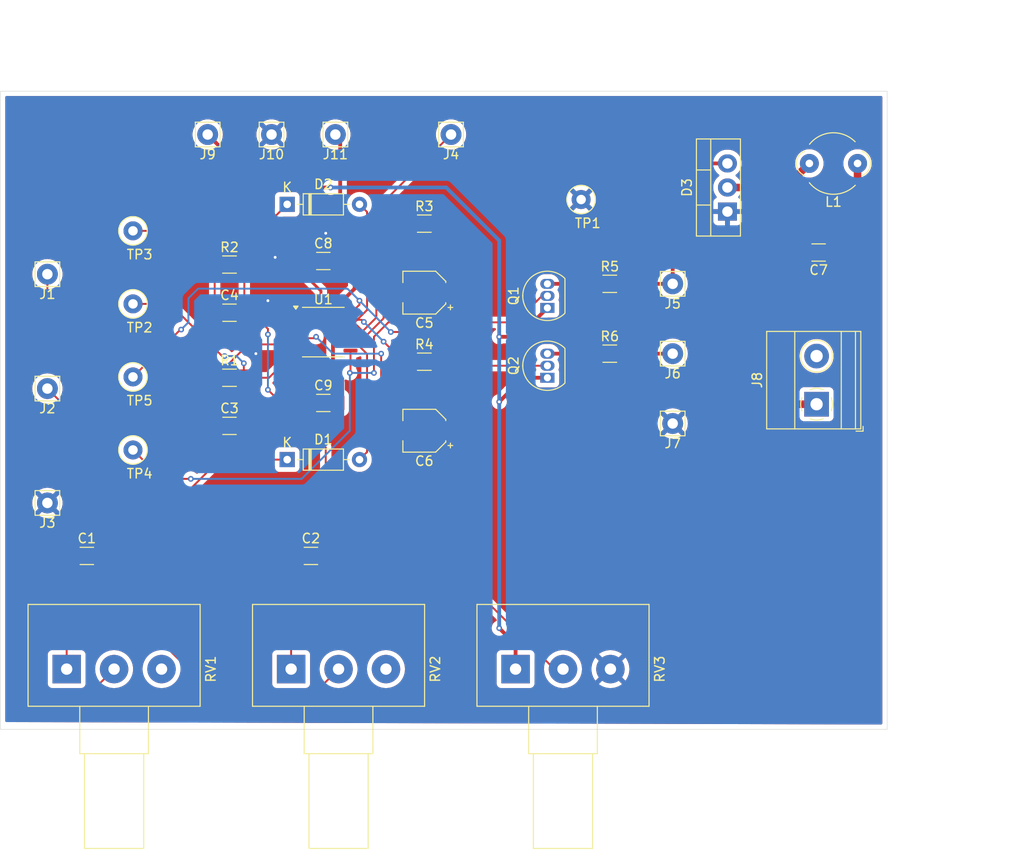
<source format=kicad_pcb>
(kicad_pcb (version 20240108) (generator "pcbnew") (generator_version "8.0")
  (layers (0 "F.Cu" signal) (31 "B.Cu" signal) (34 "B.Paste" user) (35 "F.Paste" user) (36 "B.SilkS" user "B.Silkscreen") (37 "F.SilkS" user "F.Silkscreen") (38 "B.Mask" user) (39 "F.Mask" user) (44 "Edge.Cuts" user))
  (net 0 "")
  (net 1 "Net-(C1-Pad1)")
  (net 2 "Net-(U1B--)")
  (net 3 "Net-(C2-Pad1)")
  (net 4 "Net-(U1A--)")
  (net 5 "Net-(D1-K)")
  (net 6 "Net-(D2-K)")
  (net 7 "GND")
  (net 8 "Net-(D1-A)")
  (net 9 "Net-(D2-A)")
  (net 10 "Net-(J8-AC_P)")
  (net 11 "+VDC")
  (net 12 "-VDC")
  (net 13 "Net-(D3-A2)")
  (net 14 "Net-(D3-G)")
  (net 15 "Net-(J1-Pin_1)")
  (net 16 "Net-(J2-Pin_1)")
  (net 17 "Net-(J4-Pin_1)")
  (net 18 "Net-(J6-Pin_1)")
  (net 20 "Net-(Q1-E)")
  (net 21 "Net-(Q1-B)")
  (net 22 "Net-(Q2-B)")
  (net 23 "Net-(Q2-E)")
  (net 26 "Net-(U1A-+)")
  (footprint "Package_TO_SOT_THT:TO-92_Inline" (layer "F.Cu") (at 115.316 72.39 90)
    (property "Reference" "Q1" (at 1.27 -3.56 90) (layer "F.SilkS"))
    (property "Value" "BC547")
    (pad "1" thru_hole rect (at 0 0 90) (size 1.05 1.5) (drill 0.75) (layers "*.Cu" "*.Mask") (net 11 "+VDC"))
    (pad "2" thru_hole oval (at 1.27 0 90) (size 1.05 1.5) (drill 0.75) (layers "*.Cu" "*.Mask") (net 21 "Net-(Q1-B)"))
    (pad "3" thru_hole oval (at 2.54 0 90) (size 1.05 1.5) (drill 0.75) (layers "*.Cu" "*.Mask") (net 20 "Net-(Q1-E)"))
  )
  (footprint "TestPoint:TestPoint_Loop_D2.50mm_Drill1.0mm" (layer "F.Cu") (at 71.628 87.376)
    (property "Reference" "TP4" (at 0.7 2.5 0) (layer "F.SilkS"))
    (property "Value" "Tre TP B")
    (pad "1" thru_hole circle (at 0 0) (size 2 2) (drill 1) (layers "*.Cu" "*.Mask") (net 21 "Net-(Q1-B)"))
  )
  (footprint "TestPoint:TestPoint_Loop_D2.50mm_Drill1.0mm" (layer "F.Cu") (at 71.628 79.671332)
    (property "Reference" "TP5" (at 0.7 2.5 0) (layer "F.SilkS"))
    (property "Value" "Tre TP B")
    (pad "1" thru_hole circle (at 0 0) (size 2 2) (drill 1) (layers "*.Cu" "*.Mask") (net 22 "Net-(Q2-B)"))
  )
  (footprint "Resistor_SMD:R_1206_3216Metric_Pad1.30x1.75mm_HandSolder" (layer "F.Cu") (at 102.34 78.062666)
    (property "Reference" "R4" (at 0 -1.82 0) (layer "F.SilkS"))
    (property "Value" "330k")
    (pad "1" smd roundrect (at -1.55 0) (size 1.3 1.75) (layers "F.Cu" "F.Paste" "F.Mask") (roundrect_rratio 0.192308) (net 9 "Net-(D2-A)"))
    (pad "2" smd roundrect (at 1.55 0) (size 1.3 1.75) (layers "F.Cu" "F.Paste" "F.Mask") (roundrect_rratio 0.192308) (net 7 "GND"))
  )
  (footprint "Package_TO_SOT_THT:TO-92_Inline" (layer "F.Cu") (at 115.316 79.756 90)
    (property "Reference" "Q2" (at 1.27 -3.56 90) (layer "F.SilkS"))
    (property "Value" "BC547")
    (pad "1" thru_hole rect (at 0 0 90) (size 1.05 1.5) (drill 0.75) (layers "*.Cu" "*.Mask") (net 11 "+VDC"))
    (pad "2" thru_hole oval (at 1.27 0 90) (size 1.05 1.5) (drill 0.75) (layers "*.Cu" "*.Mask") (net 22 "Net-(Q2-B)"))
    (pad "3" thru_hole oval (at 2.54 0 90) (size 1.05 1.5) (drill 0.75) (layers "*.Cu" "*.Mask") (net 23 "Net-(Q2-E)"))
  )
  (footprint "Resistor_SMD:R_1206_3216Metric_Pad1.30x1.75mm_HandSolder" (layer "F.Cu") (at 121.894 77.216)
    (property "Reference" "R6" (at 0 -1.82 0) (layer "F.SilkS"))
    (property "Value" "1k")
    (pad "1" smd roundrect (at -1.55 0) (size 1.3 1.75) (layers "F.Cu" "F.Paste" "F.Mask") (roundrect_rratio 0.192308) (net 23 "Net-(Q2-E)"))
    (pad "2" smd roundrect (at 1.55 0) (size 1.3 1.75) (layers "F.Cu" "F.Paste" "F.Mask") (roundrect_rratio 0.192308) (net 18 "Net-(J6-Pin_1)"))
  )
  (footprint "Capacitor_SMD:C_1206_3216Metric_Pad1.33x1.80mm_HandSolder" (layer "F.Cu") (at 81.8015 84.836)
    (property "Reference" "C3" (at 0 -1.85 0) (layer "F.SilkS"))
    (property "Value" "1nF")
    (pad "1" smd roundrect (at -1.5625 0) (size 1.325 1.8) (layers "F.Cu" "F.Paste" "F.Mask") (roundrect_rratio 0.188679) (net 2 "Net-(U1B--)"))
    (pad "2" smd roundrect (at 1.5625 0) (size 1.325 1.8) (layers "F.Cu" "F.Paste" "F.Mask") (roundrect_rratio 0.188679) (net 5 "Net-(D1-K)"))
  )
  (footprint "Capacitor_SMD:C_1206_3216Metric_Pad1.33x1.80mm_HandSolder" (layer "F.Cu") (at 91.694 82.41725)
    (property "Reference" "C9" (at 0 -1.85 0) (layer "F.SilkS"))
    (property "Value" "0.1uF")
    (pad "1" smd roundrect (at -1.5625 0) (size 1.325 1.8) (layers "F.Cu" "F.Paste" "F.Mask") (roundrect_rratio 0.188679) (net 7 "GND"))
    (pad "2" smd roundrect (at 1.5625 0) (size 1.325 1.8) (layers "F.Cu" "F.Paste" "F.Mask") (roundrect_rratio 0.188679) (net 12 "-VDC"))
  )
  (footprint "Connector_Pin:Pin_D1.1mm_L8.5mm_W2.5mm_FlatFork" (layer "F.Cu") (at 62.604 92.964)
    (property "Reference" "J3" (at 0 2.1 0) (layer "F.SilkS"))
    (property "Value" "Input GND")
    (pad "1" thru_hole circle (at 0 0) (size 2.2 2.2) (drill 1.1) (layers "*.Cu" "*.Mask") (net 7 "GND"))
  )
  (footprint "Capacitor_SMD:CP_Elec_4x5.4" (layer "F.Cu") (at 102.34 85.344 180)
    (property "Reference" "C6" (at 0 -3.2 0) (layer "F.SilkS"))
    (property "Value" "2.2uF")
    (pad "1" smd roundrect (at -1.8 0 180) (size 2.6 1.6) (layers "F.Cu" "F.Paste" "F.Mask") (roundrect_rratio 0.15625) (net 7 "GND"))
    (pad "2" smd roundrect (at 1.8 0 180) (size 2.6 1.6) (layers "F.Cu" "F.Paste" "F.Mask") (roundrect_rratio 0.15625) (net 9 "Net-(D2-A)"))
  )
  (footprint "Potentiometer_THT:Potentiometer_Alps_RK163_Single_Horizontal" (layer "F.Cu") (at 111.96 110.49 90)
    (property "Reference" "RV3" (at 0 15.2 90) (layer "F.SilkS"))
    (property "Value" "100k")
    (pad "1" thru_hole rect (at 0 0 270) (size 3 3) (drill 1.2) (layers "*.Cu" "*.Mask") (net 11 "+VDC"))
    (pad "2" thru_hole circle (at 0 5 270) (size 3 3) (drill 1.2) (layers "*.Cu" "*.Mask") (net 26 "Net-(U1A-+)"))
    (pad "3" thru_hole circle (at 0 10 270) (size 3 3) (drill 1.2) (layers "*.Cu" "*.Mask") (net 7 "GND"))
  )
  (footprint "Connector_Pin:Pin_D1.1mm_L8.5mm_W2.5mm_FlatFork" (layer "F.Cu") (at 92.964 54.102)
    (property "Reference" "J11" (at 0 2.1 0) (layer "F.SilkS"))
    (property "Value" "-VDC")
    (pad "1" thru_hole circle (at 0 0) (size 2.2 2.2) (drill 1.1) (layers "*.Cu" "*.Mask") (net 12 "-VDC"))
  )
  (footprint "Capacitor_SMD:C_1206_3216Metric_Pad1.33x1.80mm_HandSolder" (layer "F.Cu") (at 81.8015 72.898)
    (property "Reference" "C4" (at 0 -1.85 0) (layer "F.SilkS"))
    (property "Value" "100pF")
    (pad "1" smd roundrect (at -1.5625 0) (size 1.325 1.8) (layers "F.Cu" "F.Paste" "F.Mask") (roundrect_rratio 0.188679) (net 4 "Net-(U1A--)"))
    (pad "2" smd roundrect (at 1.5625 0) (size 1.325 1.8) (layers "F.Cu" "F.Paste" "F.Mask") (roundrect_rratio 0.188679) (net 6 "Net-(D2-K)"))
  )
  (footprint "Capacitor_SMD:C_1206_3216Metric_Pad1.33x1.80mm_HandSolder" (layer "F.Cu") (at 143.9085 66.548 180)
    (property "Reference" "C7" (at 0 -1.85 0) (layer "F.SilkS"))
    (property "Value" "100nF")
    (pad "1" smd roundrect (at -1.5625 0 180) (size 1.325 1.8) (layers "F.Cu" "F.Paste" "F.Mask") (roundrect_rratio 0.188679) (net 10 "Net-(J8-AC_P)"))
    (pad "2" smd roundrect (at 1.5625 0 180) (size 1.325 1.8) (layers "F.Cu" "F.Paste" "F.Mask") (roundrect_rratio 0.188679) (net 7 "GND"))
  )
  (footprint "TestPoint:TestPoint_Loop_D2.50mm_Drill1.0mm" (layer "F.Cu") (at 118.872 60.96)
    (property "Reference" "TP1" (at 0.7 2.5 0) (layer "F.SilkS"))
    (property "Value" "GND")
    (pad "1" thru_hole circle (at 0 0) (size 2 2) (drill 1) (layers "*.Cu" "*.Mask") (net 7 "GND"))
  )
  (footprint "Connector_Pin:Pin_D1.1mm_L8.5mm_W2.5mm_FlatFork" (layer "F.Cu") (at 128.524 69.85)
    (property "Reference" "J5" (at 0 2.1 0) (layer "F.SilkS"))
    (property "Value" "Output 1")
    (pad "1" thru_hole circle (at 0 0) (size 2.2 2.2) (drill 1.1) (layers "*.Cu" "*.Mask") (net 14 "Net-(D3-G)"))
  )
  (footprint "Capacitor_SMD:C_1206_3216Metric_Pad1.33x1.80mm_HandSolder" (layer "F.Cu") (at 66.7635 98.552)
    (property "Reference" "C1" (at 0 -1.85 0) (layer "F.SilkS"))
    (property "Value" "68pF")
    (pad "1" smd roundrect (at -1.5625 0) (size 1.325 1.8) (layers "F.Cu" "F.Paste" "F.Mask") (roundrect_rratio 0.188679) (net 1 "Net-(C1-Pad1)"))
    (pad "2" smd roundrect (at 1.5625 0) (size 1.325 1.8) (layers "F.Cu" "F.Paste" "F.Mask") (roundrect_rratio 0.188679) (net 2 "Net-(U1B--)"))
  )
  (footprint "Connector_Pin:Pin_D1.1mm_L8.5mm_W2.5mm_FlatFork" (layer "F.Cu") (at 105.156 54.102)
    (property "Reference" "J4" (at 0 2.1 0) (layer "F.SilkS"))
    (property "Value" "Zero crossing det")
    (pad "1" thru_hole circle (at 0 0) (size 2.2 2.2) (drill 1.1) (layers "*.Cu" "*.Mask") (net 17 "Net-(J4-Pin_1)"))
  )
  (footprint "Connector_Pin:Pin_D1.1mm_L8.5mm_W2.5mm_FlatFork" (layer "F.Cu") (at 79.502 54.102)
    (property "Reference" "J9" (at 0 2.1 0) (layer "F.SilkS"))
    (property "Value" "+VDC")
    (pad "1" thru_hole circle (at 0 0) (size 2.2 2.2) (drill 1.1) (layers "*.Cu" "*.Mask") (net 11 "+VDC"))
  )
  (footprint "Connector_Pin:Pin_D1.1mm_L8.5mm_W2.5mm_FlatFork" (layer "F.Cu") (at 128.524 77.216)
    (property "Reference" "J6" (at 0 2.1 0) (layer "F.SilkS"))
    (property "Value" "Output 2")
    (pad "1" thru_hole circle (at 0 0) (size 2.2 2.2) (drill 1.1) (layers "*.Cu" "*.Mask") (net 18 "Net-(J6-Pin_1)"))
  )
  (footprint "Package_TO_SOT_THT:TO-220-3_Vertical" (layer "F.Cu") (at 134.295 62.23 90)
    (property "Reference" "D3" (at 2.54 -4.27 90) (layer "F.SilkS"))
    (property "Value" "TRIAC")
    (pad "1" thru_hole rect (at 0 0 90) (size 1.905 2) (drill 1.1) (layers "*.Cu" "*.Mask") (net 7 "GND"))
    (pad "2" thru_hole oval (at 2.54 0 90) (size 1.905 2) (drill 1.1) (layers "*.Cu" "*.Mask") (net 13 "Net-(D3-A2)"))
    (pad "3" thru_hole oval (at 5.08 0 90) (size 1.905 2) (drill 1.1) (layers "*.Cu" "*.Mask") (net 14 "Net-(D3-G)"))
  )
  (footprint "Resistor_SMD:R_1206_3216Metric_Pad1.30x1.75mm_HandSolder" (layer "F.Cu") (at 81.8015 79.756)
    (property "Reference" "R1" (at 0 -1.82 0) (layer "F.SilkS"))
    (property "Value" "1M")
    (pad "1" smd roundrect (at -1.55 0) (size 1.3 1.75) (layers "F.Cu" "F.Paste" "F.Mask") (roundrect_rratio 0.192308) (net 2 "Net-(U1B--)"))
    (pad "2" smd roundrect (at 1.55 0) (size 1.3 1.75) (layers "F.Cu" "F.Paste" "F.Mask") (roundrect_rratio 0.192308) (net 5 "Net-(D1-K)"))
  )
  (footprint "Resistor_SMD:R_1206_3216Metric_Pad1.30x1.75mm_HandSolder" (layer "F.Cu") (at 81.8015 67.818)
    (property "Reference" "R2" (at 0 -1.82 0) (layer "F.SilkS"))
    (property "Value" "1M")
    (pad "1" smd roundrect (at -1.55 0) (size 1.3 1.75) (layers "F.Cu" "F.Paste" "F.Mask") (roundrect_rratio 0.192308) (net 4 "Net-(U1A--)"))
    (pad "2" smd roundrect (at 1.55 0) (size 1.3 1.75) (layers "F.Cu" "F.Paste" "F.Mask") (roundrect_rratio 0.192308) (net 6 "Net-(D2-K)"))
  )
  (footprint "TestPoint:TestPoint_Loop_D2.50mm_Drill1.0mm" (layer "F.Cu") (at 71.628 64.262)
    (property "Reference" "TP3" (at 0.7 2.5 0) (layer "F.SilkS"))
    (property "Value" "HiM TP A")
    (pad "1" thru_hole circle (at 0 0) (size 2 2) (drill 1) (layers "*.Cu" "*.Mask") (net 6 "Net-(D2-K)"))
  )
  (footprint "Connector_Pin:Pin_D1.1mm_L8.5mm_W2.5mm_FlatFork" (layer "F.Cu") (at 86.233 54.102)
    (property "Reference" "J10" (at 0 2.1 0) (layer "F.SilkS"))
    (property "Value" "GND VDC")
    (pad "1" thru_hole circle (at 0 0) (size 2.2 2.2) (drill 1.1) (layers "*.Cu" "*.Mask") (net 7 "GND"))
  )
  (footprint "Potentiometer_THT:Potentiometer_Alps_RK163_Single_Horizontal" (layer "F.Cu") (at 64.636 110.49 90)
    (property "Reference" "RV1" (at 0 15.2 90) (layer "F.SilkS"))
    (property "Value" "1M")
    (pad "1" thru_hole rect (at 0 0 270) (size 3 3) (drill 1.2) (layers "*.Cu" "*.Mask") (net 1 "Net-(C1-Pad1)"))
    (pad "2" thru_hole circle (at 0 5 270) (size 3 3) (drill 1.2) (layers "*.Cu" "*.Mask") (net 15 "Net-(J1-Pin_1)"))
    (pad "3" thru_hole circle (at 0 10 270) (size 3 3) (drill 1.2) (layers "*.Cu" "*.Mask"))
  )
  (footprint "Capacitor_SMD:CP_Elec_4x5.4" (layer "F.Cu") (at 102.34 70.781333 180)
    (property "Reference" "C5" (at 0 -3.2 0) (layer "F.SilkS"))
    (property "Value" "2.2uF")
    (pad "1" smd roundrect (at -1.8 0 180) (size 2.6 1.6) (layers "F.Cu" "F.Paste" "F.Mask") (roundrect_rratio 0.15625) (net 7 "GND"))
    (pad "2" smd roundrect (at 1.8 0 180) (size 2.6 1.6) (layers "F.Cu" "F.Paste" "F.Mask") (roundrect_rratio 0.15625) (net 8 "Net-(D1-A)"))
  )
  (footprint "Diode_THT:D_DO-35_SOD27_P7.62mm_Horizontal" (layer "F.Cu") (at 87.884 88.392)
    (property "Reference" "D1" (at 3.81 -2.12 0) (layer "F.SilkS"))
    (property "Value" "1N4148")
    (fp_text user "K" (at 0 -1.8 0) (layer "F.SilkS"))
    (pad "1" thru_hole rect (at 0 0) (size 1.6 1.6) (drill 0.8) (layers "*.Cu" "*.Mask") (net 5 "Net-(D1-K)"))
    (pad "2" thru_hole oval (at 7.62 0) (size 1.6 1.6) (drill 0.8) (layers "*.Cu" "*.Mask") (net 8 "Net-(D1-A)"))
  )
  (footprint "Package_SO:TSSOP-14_4.4x5mm_P0.65mm" (layer "F.Cu") (at 91.694 74.9425)
    (property "Reference" "U1" (at 0 -3.45 0) (layer "F.SilkS"))
    (property "Value" "TL084")
    (pad "1" smd roundrect (at -2.8625 -1.95) (size 1.475 0.4) (layers "F.Cu" "F.Paste" "F.Mask") (net 6 "Net-(D2-K)"))
    (pad "2" smd roundrect (at -2.8625 -1.3) (size 1.475 0.4) (layers "F.Cu" "F.Paste" "F.Mask") (net 4 "Net-(U1A--)"))
    (pad "3" smd roundrect (at -2.8625 -0.65) (size 1.475 0.4) (layers "F.Cu" "F.Paste" "F.Mask") (net 26 "Net-(U1A-+)"))
    (pad "4" smd roundrect (at -2.8625 0) (size 1.475 0.4) (layers "F.Cu" "F.Paste" "F.Mask") (net 11 "+VDC"))
    (pad "5" smd roundrect (at -2.8625 0.65) (size 1.475 0.4) (layers "F.Cu" "F.Paste" "F.Mask") (net 26 "Net-(U1A-+)"))
    (pad "6" smd roundrect (at -2.8625 1.3) (size 1.475 0.4) (layers "F.Cu" "F.Paste" "F.Mask") (net 2 "Net-(U1B--)"))
    (pad "7" smd roundrect (at -2.8625 1.95) (size 1.475 0.4) (layers "F.Cu" "F.Paste" "F.Mask") (net 5 "Net-(D1-K)"))
    (pad "8" smd roundrect (at 2.8625 1.95) (size 1.475 0.4) (layers "F.Cu" "F.Paste" "F.Mask") (net 21 "Net-(Q1-B)"))
    (pad "9" smd roundrect (at 2.8625 1.3) (size 1.475 0.4) (layers "F.Cu" "F.Paste" "F.Mask") (net 8 "Net-(D1-A)"))
    (pad "10" smd roundrect (at 2.8625 0.65) (size 1.475 0.4) (layers "F.Cu" "F.Paste" "F.Mask") (net 17 "Net-(J4-Pin_1)"))
    (pad "11" smd roundrect (at 2.8625 0) (size 1.475 0.4) (layers "F.Cu" "F.Paste" "F.Mask") (net 12 "-VDC"))
    (pad "12" smd roundrect (at 2.8625 -0.65) (size 1.475 0.4) (layers "F.Cu" "F.Paste" "F.Mask") (net 17 "Net-(J4-Pin_1)"))
    (pad "13" smd roundrect (at 2.8625 -1.3) (size 1.475 0.4) (layers "F.Cu" "F.Paste" "F.Mask") (net 9 "Net-(D2-A)"))
    (pad "14" smd roundrect (at 2.8625 -1.95) (size 1.475 0.4) (layers "F.Cu" "F.Paste" "F.Mask") (net 22 "Net-(Q2-B)"))
  )
  (footprint "Resistor_SMD:R_1206_3216Metric_Pad1.30x1.75mm_HandSolder" (layer "F.Cu") (at 121.894 69.85)
    (property "Reference" "R5" (at 0 -1.82 0) (layer "F.SilkS"))
    (property "Value" "1k")
    (pad "1" smd roundrect (at -1.55 0) (size 1.3 1.75) (layers "F.Cu" "F.Paste" "F.Mask") (roundrect_rratio 0.192308) (net 20 "Net-(Q1-E)"))
    (pad "2" smd roundrect (at 1.55 0) (size 1.3 1.75) (layers "F.Cu" "F.Paste" "F.Mask") (roundrect_rratio 0.192308) (net 14 "Net-(D3-G)"))
  )
  (footprint "TerminalBlock_Phoenix:TerminalBlock_Phoenix_MKDS-1,5-2-5.08_1x02_P5.08mm_Horizontal" (layer "F.Cu") (at 143.693 82.55 90)
    (property "Reference" "J8" (at 2.54 -6.26 90) (layer "F.SilkS"))
    (property "Value" "Conn_WallSocket")
    (pad "1" thru_hole rect (at 0 0 90) (size 2.6 2.6) (drill 1.3) (layers "*.Cu" "*.Mask") (net 10 "Net-(J8-AC_P)"))
    (pad "2" thru_hole circle (at 5.08 0 90) (size 2.6 2.6) (drill 1.3) (layers "*.Cu" "*.Mask"))
  )
  (footprint "Connector_Pin:Pin_D1.1mm_L8.5mm_W2.5mm_FlatFork" (layer "F.Cu") (at 62.604 80.899)
    (property "Reference" "J2" (at 0 2.1 0) (layer "F.SilkS"))
    (property "Value" "Input 2")
    (pad "1" thru_hole circle (at 0 0) (size 2.2 2.2) (drill 1.1) (layers "*.Cu" "*.Mask") (net 16 "Net-(J2-Pin_1)"))
  )
  (footprint "TestPoint:TestPoint_Loop_D2.50mm_Drill1.0mm" (layer "F.Cu") (at 71.628 71.966666)
    (property "Reference" "TP2" (at 0.7 2.5 0) (layer "F.SilkS"))
    (property "Value" "Tre TP A")
    (pad "1" thru_hole circle (at 0 0) (size 2 2) (drill 1) (layers "*.Cu" "*.Mask") (net 5 "Net-(D1-K)"))
  )
  (footprint "Connector_Pin:Pin_D1.1mm_L8.5mm_W2.5mm_FlatFork" (layer "F.Cu") (at 128.524 84.582)
    (property "Reference" "J7" (at 0 2.1 0) (layer "F.SilkS"))
    (property "Value" "Output GND")
    (pad "1" thru_hole circle (at 0 0) (size 2.2 2.2) (drill 1.1) (layers "*.Cu" "*.Mask") (net 7 "GND"))
  )
  (footprint "Diode_THT:D_DO-35_SOD27_P7.62mm_Horizontal" (layer "F.Cu") (at 87.884 61.468)
    (property "Reference" "D2" (at 3.81 -2.12 0) (layer "F.SilkS"))
    (property "Value" "1N4148")
    (fp_text user "K" (at 0 -1.8 0) (layer "F.SilkS"))
    (pad "1" thru_hole rect (at 0 0) (size 1.6 1.6) (drill 0.8) (layers "*.Cu" "*.Mask") (net 6 "Net-(D2-K)"))
    (pad "2" thru_hole oval (at 7.62 0) (size 1.6 1.6) (drill 0.8) (layers "*.Cu" "*.Mask") (net 9 "Net-(D2-A)"))
  )
  (footprint "Capacitor_SMD:C_1206_3216Metric_Pad1.33x1.80mm_HandSolder" (layer "F.Cu") (at 91.694 67.44275)
    (property "Reference" "C8" (at 0 -1.85 0) (layer "F.SilkS"))
    (property "Value" "0.1uF")
    (pad "1" smd roundrect (at -1.5625 0) (size 1.325 1.8) (layers "F.Cu" "F.Paste" "F.Mask") (roundrect_rratio 0.188679) (net 11 "+VDC"))
    (pad "2" smd roundrect (at 1.5625 0) (size 1.325 1.8) (layers "F.Cu" "F.Paste" "F.Mask") (roundrect_rratio 0.188679) (net 7 "GND"))
  )
  (footprint "Resistor_SMD:R_1206_3216Metric_Pad1.30x1.75mm_HandSolder" (layer "F.Cu") (at 102.34 63.5)
    (property "Reference" "R3" (at 0 -1.82 0) (layer "F.SilkS"))
    (property "Value" "330k")
    (pad "1" smd roundrect (at -1.55 0) (size 1.3 1.75) (layers "F.Cu" "F.Paste" "F.Mask") (roundrect_rratio 0.192308) (net 8 "Net-(D1-A)"))
    (pad "2" smd roundrect (at 1.55 0) (size 1.3 1.75) (layers "F.Cu" "F.Paste" "F.Mask") (roundrect_rratio 0.192308) (net 7 "GND"))
  )
  (footprint "Capacitor_SMD:C_1206_3216Metric_Pad1.33x1.80mm_HandSolder" (layer "F.Cu") (at 90.3855 98.552)
    (property "Reference" "C2" (at 0 -1.85 0) (layer "F.SilkS"))
    (property "Value" "220pF")
    (pad "1" smd roundrect (at -1.5625 0) (size 1.325 1.8) (layers "F.Cu" "F.Paste" "F.Mask") (roundrect_rratio 0.188679) (net 3 "Net-(C2-Pad1)"))
    (pad "2" smd roundrect (at 1.5625 0) (size 1.325 1.8) (layers "F.Cu" "F.Paste" "F.Mask") (roundrect_rratio 0.188679) (net 4 "Net-(U1A--)"))
  )
  (footprint "Connector_Pin:Pin_D1.1mm_L8.5mm_W2.5mm_FlatFork" (layer "F.Cu") (at 62.604 68.834)
    (property "Reference" "J1" (at 0 2.1 0) (layer "F.SilkS"))
    (property "Value" "Input 1")
    (pad "1" thru_hole circle (at 0 0) (size 2.2 2.2) (drill 1.1) (layers "*.Cu" "*.Mask") (net 15 "Net-(J1-Pin_1)"))
  )
  (footprint "Potentiometer_THT:Potentiometer_Alps_RK163_Single_Horizontal" (layer "F.Cu") (at 88.298 110.49 90)
    (property "Reference" "RV2" (at 0 15.2 90) (layer "F.SilkS"))
    (property "Value" "1M")
    (pad "1" thru_hole rect (at 0 0 270) (size 3 3) (drill 1.2) (layers "*.Cu" "*.Mask") (net 3 "Net-(C2-Pad1)"))
    (pad "2" thru_hole circle (at 0 5 270) (size 3 3) (drill 1.2) (layers "*.Cu" "*.Mask") (net 16 "Net-(J2-Pin_1)"))
    (pad "3" thru_hole circle (at 0 10 270) (size 3 3) (drill 1.2) (layers "*.Cu" "*.Mask"))
  )
  (footprint "Ferrite_THT:LairdTech_28C0236-0JW-10" (layer "F.Cu") (at 148.011 57.15 180)
    (property "Reference" "L1" (at 2.54 -4.064 0) (layer "F.SilkS"))
    (property "Value" "L_Ferrite")
    (pad "1" thru_hole circle (at 0 0 180) (size 2 2) (drill 0.8) (layers "*.Cu" "*.Mask") (net 10 "Net-(J8-AC_P)"))
    (pad "2" thru_hole circle (at 5.08 0 180) (size 2 2) (drill 0.8) (layers "*.Cu" "*.Mask") (net 13 "Net-(D3-A2)"))
  )
  (gr_rect (start 57.658 49.53) (end 151.13 116.84) (stroke (width 0.05)) (fill none) (layer "Edge.Cuts"))
  (segment (start 64.636 110.49) (end 64.636 99.117) (width 0.2) (layer "F.Cu") (net 1))
  (segment (start 64.636 99.117) (end 65.201 98.552) (width 0.2) (layer "F.Cu") (net 1))
  (segment (start 70.612 98.552) (end 80.264 88.9) (width 0.2) (layer "F.Cu") (net 2))
  (segment (start 80.264 88.9) (end 80.239 88.875) (width 0.2) (layer "F.Cu") (net 2))
  (segment (start 83.765 76.2425) (end 80.2515 79.756) (width 0.2) (layer "F.Cu") (net 2))
  (segment (start 68.326 98.552) (end 70.612 98.552) (width 0.2) (layer "F.Cu") (net 2))
  (segment (start 88.8315 76.2425) (end 83.765 76.2425) (width 0.2) (layer "F.Cu") (net 2))
  (segment (start 80.239 88.875) (end 80.239 84.836) (width 0.2) (layer "F.Cu") (net 2))
  (segment (start 80.239 79.7685) (end 80.2515 79.756) (width 0.2) (layer "F.Cu") (net 2))
  (segment (start 80.239 84.836) (end 80.239 79.7685) (width 0.2) (layer "F.Cu") (net 2))
  (segment (start 88.298 110.49) (end 88.298 99.077) (width 0.2) (layer "F.Cu") (net 3))
  (segment (start 88.298 99.077) (end 88.823 98.552) (width 0.2) (layer "F.Cu") (net 3))
  (segment (start 80.239 72.898) (end 80.239 67.8305) (width 0.2) (layer "F.Cu") (net 4))
  (segment (start 85.852 74.606186) (end 85.343814 74.098) (width 0.2) (layer "F.Cu") (net 4))
  (segment (start 85.343814 74.098) (end 81.439 74.098) (width 0.2) (layer "F.Cu") (net 4))
  (segment (start 85.799314 73.6425) (end 85.343814 74.098) (width 0.2) (layer "F.Cu") (net 4))
  (segment (start 80.239 67.8305) (end 80.2515 67.818) (width 0.2) (layer "F.Cu") (net 4))
  (segment (start 88.8315 73.6425) (end 85.799314 73.6425) (width 0.2) (layer "F.Cu") (net 4))
  (segment (start 91.948 87.122) (end 85.852 81.026) (width 0.2) (layer "F.Cu") (net 4))
  (segment (start 81.439 74.098) (end 80.239 72.898) (width 0.2) (layer "F.Cu") (net 4))
  (segment (start 85.852 75.184) (end 85.852 74.606186) (width 0.2) (layer "F.Cu") (net 4))
  (segment (start 91.948 98.552) (end 91.948 87.122) (width 0.2) (layer "F.Cu") (net 4))
  (via (at 85.852 75.184) (size 0.6) (drill 0.3) (layers "F.Cu" "B.Cu") (net 4))
  (via (at 85.852 81.026) (size 0.6) (drill 0.3) (layers "F.Cu" "B.Cu") (net 4))
  (segment (start 85.852 81.026) (end 85.852 75.184) (width 0.2) (layer "B.Cu") (net 4))
  (segment (start 83.312 78.232) (end 83.312 79.7165) (width 0.2) (layer "F.Cu") (net 5))
  (segment (start 83.364 86.054) (end 83.364 84.836) (width 0.2) (layer "F.Cu") (net 5))
  (segment (start 83.3515 79.756) (end 83.3515 84.8235) (width 0.2) (layer "F.Cu") (net 5))
  (segment (start 83.312 79.7165) (end 83.3515 79.756) (width 0.2) (layer "F.Cu") (net 5))
  (segment (start 83.3515 84.8235) (end 83.364 84.836) (width 0.2) (layer "F.Cu") (net 5))
  (segment (start 87.884 88.392) (end 85.598 88.392) (width 0.2) (layer "F.Cu") (net 5))
  (segment (start 83.3515 79.756) (end 85.968 79.756) (width 0.2) (layer "F.Cu") (net 5))
  (segment (start 83.312 86.106) (end 83.364 86.054) (width 0.2) (layer "F.Cu") (net 5))
  (segment (start 75.522666 71.966666) (end 81.026 77.47) (width 0.2) (layer "F.Cu") (net 5))
  (segment (start 85.598 88.392) (end 83.312 86.106) (width 0.2) (layer "F.Cu") (net 5))
  (segment (start 71.628 71.966666) (end 75.522666 71.966666) (width 0.2) (layer "F.Cu") (net 5))
  (segment (start 81.026 77.47) (end 81.28 77.47) (width 0.2) (layer "F.Cu") (net 5))
  (segment (start 85.968 79.756) (end 88.8315 76.8925) (width 0.2) (layer "F.Cu") (net 5))
  (via (at 81.28 77.47) (size 0.6) (drill 0.3) (layers "F.Cu" "B.Cu") (net 5))
  (via (at 83.312 78.232) (size 0.6) (drill 0.3) (layers "F.Cu" "B.Cu") (net 5))
  (segment (start 82.55 77.47) (end 83.312 78.232) (width 0.2) (layer "B.Cu") (net 5))
  (segment (start 81.28 77.47) (end 82.55 77.47) (width 0.2) (layer "B.Cu") (net 5))
  (segment (start 83.364 67.8305) (end 83.3515 67.818) (width 0.2) (layer "F.Cu") (net 6))
  (segment (start 83.364 72.898) (end 83.364 67.8305) (width 0.2) (layer "F.Cu") (net 6))
  (segment (start 83.3515 66.0005) (end 87.884 61.468) (width 0.2) (layer "F.Cu") (net 6))
  (segment (start 88.737 72.898) (end 88.8315 72.9925) (width 0.2) (layer "F.Cu") (net 6))
  (segment (start 83.364 72.898) (end 88.737 72.898) (width 0.2) (layer "F.Cu") (net 6))
  (segment (start 81.613 64.262) (end 83.3515 66.0005) (width 0.2) (layer "F.Cu") (net 6))
  (segment (start 83.3515 67.818) (end 83.3515 66.0005) (width 0.2) (layer "F.Cu") (net 6))
  (segment (start 71.628 64.262) (end 81.613 64.262) (width 0.2) (layer "F.Cu") (net 6))
  (via (at 84.582 77.216) (size 0.6) (drill 0.3) (layers "F.Cu" "B.Cu") (net 7))
  (via (at 86.614 67.056) (size 0.6) (drill 0.3) (layers "F.Cu" "B.Cu") (net 7))
  (via (at 91.948 64.516) (size 0.6) (drill 0.3) (layers "F.Cu" "B.Cu") (net 7))
  (via (at 85.852 71.628) (size 0.6) (drill 0.3) (layers "F.Cu" "B.Cu") (net 7))
  (segment (start 95.293999 76.2425) (end 94.5565 76.2425) (width 0.2) (layer "F.Cu") (net 8))
  (segment (start 100.79 63.5) (end 100.79 70.531333) (width 0.2) (layer "F.Cu") (net 8))
  (segment (start 96.303999 87.592001) (end 96.303999 77.2525) (width 0.2) (layer "F.Cu") (net 8))
  (segment (start 98.890667 70.781333) (end 98.044 71.628) (width 0.2) (layer "F.Cu") (net 8))
  (segment (start 95.504 88.392) (end 96.303999 87.592001) (width 0.2) (layer "F.Cu") (net 8))
  (segment (start 100.54 70.781333) (end 98.890667 70.781333) (width 0.2) (layer "F.Cu") (net 8))
  (segment (start 98.044 73.492499) (end 95.293999 76.2425) (width 0.2) (layer "F.Cu") (net 8))
  (segment (start 100.79 70.531333) (end 100.54 70.781333) (width 0.2) (layer "F.Cu") (net 8))
  (segment (start 98.044 71.628) (end 98.044 73.492499) (width 0.2) (layer "F.Cu") (net 8))
  (segment (start 96.303999 77.2525) (end 95.293999 76.2425) (width 0.2) (layer "F.Cu") (net 8))
  (segment (start 95.504 61.468) (end 96.303999 62.267999) (width 0.2) (layer "F.Cu") (net 9))
  (segment (start 96.303999 72.606001) (end 95.2675 73.6425) (width 0.2) (layer "F.Cu") (net 9))
  (segment (start 100.160666 78.062666) (end 98.044 75.946) (width 0.2) (layer "F.Cu") (net 9))
  (segment (start 95.2675 73.6425) (end 94.5565 73.6425) (width 0.2) (layer "F.Cu") (net 9))
  (segment (start 95.968735 73.870735) (end 95.7405 73.6425) (width 0.2) (layer "F.Cu") (net 9))
  (segment (start 95.7405 73.6425) (end 94.5565 73.6425) (width 0.2) (layer "F.Cu") (net 9))
  (segment (start 96.303999 62.267999) (end 96.303999 72.606001) (width 0.2) (layer "F.Cu") (net 9))
  (segment (start 100.79 78.062666) (end 100.160666 78.062666) (width 0.2) (layer "F.Cu") (net 9))
  (segment (start 100.79 85.094) (end 100.54 85.344) (width 0.2) (layer "F.Cu") (net 9))
  (segment (start 100.79 78.062666) (end 100.79 85.094) (width 0.2) (layer "F.Cu") (net 9))
  (via (at 98.044 75.946) (size 0.6) (drill 0.3) (layers "F.Cu" "B.Cu") (net 9))
  (via (at 95.968735 73.870735) (size 0.6) (drill 0.3) (layers "F.Cu" "B.Cu") (net 9))
  (segment (start 98.044 75.946) (end 95.968735 73.870735) (width 0.2) (layer "B.Cu") (net 9))
  (segment (start 148.011 57.15) (end 148.011 64.008) (width 0.8) (layer "F.Cu") (net 10))
  (segment (start 139.375 75.692) (end 139.375 80.772) (width 0.8) (layer "F.Cu") (net 10))
  (segment (start 145.471 66.548) (end 145.471 69.596) (width 0.8) (layer "F.Cu") (net 10))
  (segment (start 139.375 80.772) (end 141.153 82.55) (width 0.8) (layer "F.Cu") (net 10))
  (segment (start 148.011 64.008) (end 145.471 66.548) (width 0.8) (layer "F.Cu") (net 10))
  (segment (start 141.153 82.55) (end 143.693 82.55) (width 0.8) (layer "F.Cu") (net 10))
  (segment (start 145.471 69.596) (end 139.375 75.692) (width 0.8) (layer "F.Cu") (net 10))
  (segment (start 112.268 75.438) (end 115.316 72.39) (width 0.4) (layer "F.Cu") (net 11))
  (segment (start 112.776 79.756) (end 110.236 82.296) (width 0.4) (layer "F.Cu") (net 11))
  (segment (start 88.646 58.166) (end 90.1315 59.6515) (width 0.4) (layer "F.Cu") (net 11))
  (segment (start 88.8315 74.9425) (end 89.568999 74.9425) (width 0.2) (layer "F.Cu") (net 11))
  (segment (start 115.316 79.756) (end 112.776 79.756) (width 0.4) (layer "F.Cu") (net 11))
  (segment (start 90.17 59.69) (end 92.456 59.69) (width 0.4) (layer "F.Cu") (net 11))
  (segment (start 91.44 73.071499) (end 91.44 70.612) (width 0.3) (layer "F.Cu") (net 11))
  (segment (start 79.502 54.102) (end 83.566 58.166) (width 0.4) (layer "F.Cu") (net 11))
  (segment (start 83.566 58.166) (end 88.646 58.166) (width 0.4) (layer "F.Cu") (net 11))
  (segment (start 90.1315 59.6515) (end 90.17 59.69) (width 0.2) (layer "F.Cu") (net 11))
  (segment (start 91.44 70.612) (end 90.1315 69.3035) (width 0.3) (layer "F.Cu") (net 11))
  (segment (start 111.96 110.49) (end 111.96 107.896) (width 0.4) (layer "F.Cu") (net 11))
  (segment (start 90.1315 59.6515) (end 90.1315 67.44275) (width 0.4) (layer "F.Cu") (net 11))
  (segment (start 90.1315 69.3035) (end 90.1315 67.44275) (width 0.3) (layer "F.Cu") (net 11))
  (segment (start 110.236 75.438) (end 112.268 75.438) (width 0.4) (layer "F.Cu") (net 11))
  (segment (start 111.96 107.896) (end 110.236 106.172) (width 0.4) (layer "F.Cu") (net 11))
  (segment (start 89.568999 74.9425) (end 91.44 73.071499) (width 0.3) (layer "F.Cu") (net 11))
  (via (at 110.236 75.438) (size 0.6) (drill 0.3) (layers "F.Cu" "B.Cu") (net 11))
  (via (at 110.236 82.296) (size 0.6) (drill 0.3) (layers "F.Cu" "B.Cu") (net 11))
  (via (at 92.456 59.69) (size 0.6) (drill 0.3) (layers "F.Cu" "B.Cu") (net 11))
  (via (at 110.236 106.172) (size 0.6) (drill 0.3) (layers "F.Cu" "B.Cu") (net 11))
  (segment (start 104.648 59.69) (end 110.236 65.278) (width 0.4) (layer "B.Cu") (net 11))
  (segment (start 110.236 106.172) (end 110.236 82.296) (width 0.4) (layer "B.Cu") (net 11))
  (segment (start 92.456 59.69) (end 104.648 59.69) (width 0.4) (layer "B.Cu") (net 11))
  (segment (start 110.236 75.438) (end 110.236 82.296) (width 0.4) (layer "B.Cu") (net 11))
  (segment (start 110.236 65.278) (end 110.236 75.438) (width 0.4) (layer "B.Cu") (net 11))
  (segment (start 93.2565 80.3025) (end 92.71 79.756) (width 0.4) (layer "F.Cu") (net 12))
  (segment (start 94.996 70.358) (end 92.71 72.644) (width 0.4) (layer "F.Cu") (net 12))
  (segment (start 92.9765 74.9425) (end 93.7385 74.9425) (width 0.4) (layer "F.Cu") (net 12))
  (segment (start 93.819001 74.9425) (end 94.5565 74.9425) (width 0.2) (layer "F.Cu") (net 12))
  (segment (start 93.7385 74.9425) (end 94.5565 74.9425) (width 0.2) (layer "F.Cu") (net 12))
  (segment (start 92.71 75.438) (end 93.2055 74.9425) (width 0.4) (layer "F.Cu") (net 12))
  (segment (start 92.71 74.676) (end 92.9765 74.9425) (width 0.4) (layer "F.Cu") (net 12))
  (segment (start 93.2055 74.9425) (end 93.819001 74.9425) (width 0.4) (layer "F.Cu") (net 12))
  (segment (start 92.71 79.756) (end 92.71 75.438) (width 0.4) (layer "F.Cu") (net 12))
  (segment (start 94.996 64.77) (end 94.996 70.358) (width 0.4) (layer "F.Cu") (net 12))
  (segment (start 93.472 63.246) (end 94.996 64.77) (width 0.4) (layer "F.Cu") (net 12))
  (segment (start 92.964 54.102) (end 93.472 54.61) (width 0.2) (layer "F.Cu") (net 12))
  (segment (start 92.71 72.644) (end 92.71 74.676) (width 0.4) (layer "F.Cu") (net 12))
  (segment (start 93.472 54.61) (end 93.472 63.246) (width 0.4) (layer "F.Cu") (net 12))
  (segment (start 93.2565 82.41725) (end 93.2565 80.3025) (width 0.4) (layer "F.Cu") (net 12))
  (segment (start 134.295 59.69) (end 140.391 59.69) (width 0.8) (layer "F.Cu") (net 13))
  (segment (start 140.391 59.69) (end 142.931 57.15) (width 0.8) (layer "F.Cu") (net 13))
  (segment (start 128.524 58.928) (end 130.302 57.15) (width 0.4) (layer "F.Cu") (net 14))
  (segment (start 130.302 57.15) (end 134.295 57.15) (width 0.4) (layer "F.Cu") (net 14))
  (segment (start 128.524 69.85) (end 128.524 58.928) (width 0.4) (layer "F.Cu") (net 14))
  (segment (start 123.444 69.85) (end 128.524 69.85) (width 0.4) (layer "F.Cu") (net 14))
  (segment (start 61.976 113.792) (end 66.334 113.792) (width 0.2) (layer "F.Cu") (net 15))
  (segment (start 62.604 73.286) (end 59.182 76.708) (width 0.2) (layer "F.Cu") (net 15))
  (segment (start 66.334 113.792) (end 69.636 110.49) (width 0.2) (layer "F.Cu") (net 15))
  (segment (start 59.182 110.998) (end 61.976 113.792) (width 0.2) (layer "F.Cu") (net 15))
  (segment (start 62.604 68.834) (end 62.604 73.286) (width 0.2) (layer "F.Cu") (net 15))
  (segment (start 59.182 76.708) (end 59.182 110.998) (width 0.2) (layer "F.Cu") (net 15))
  (segment (start 66.802 99.822) (end 80.772 113.792) (width 0.2) (layer "F.Cu") (net 16))
  (segment (start 66.802 85.097) (end 66.802 99.822) (width 0.2) (layer "F.Cu") (net 16))
  (segment (start 89.996 113.792) (end 93.298 110.49) (width 0.2) (layer "F.Cu") (net 16))
  (segment (start 80.772 113.792) (end 89.996 113.792) (width 0.2) (layer "F.Cu") (net 16))
  (segment (start 62.604 80.899) (end 66.802 85.097) (width 0.2) (layer "F.Cu") (net 16))
  (segment (start 95.758 74.93) (end 95.758 74.756501) (width 0.2) (layer "F.Cu") (net 17))
  (segment (start 94.5565 75.5925) (end 95.293999 75.5925) (width 0.2) (layer "F.Cu") (net 17))
  (segment (start 95.293999 74.2925) (end 94.5565 74.2925) (width 0.2) (layer "F.Cu") (net 17))
  (segment (start 97.282 73.406) (end 95.758 74.93) (width 0.2) (layer "F.Cu") (net 17))
  (segment (start 95.293999 75.5925) (end 95.758 75.128499) (width 0.2) (layer "F.Cu") (net 17))
  (segment (start 95.758 74.756501) (end 95.293999 74.2925) (width 0.2) (layer "F.Cu") (net 17))
  (segment (start 105.156 54.102) (end 97.282 61.976) (width 0.2) (layer "F.Cu") (net 17))
  (segment (start 95.758 75.128499) (end 95.758 74.93) (width 0.2) (layer "F.Cu") (net 17))
  (segment (start 97.282 61.976) (end 97.282 73.406) (width 0.2) (layer "F.Cu") (net 17))
  (segment (start 123.444 77.216) (end 128.524 77.216) (width 0.4) (layer "F.Cu") (net 18))
  (segment (start 120.344 69.85) (end 115.316 69.85) (width 0.4) (layer "F.Cu") (net 20))
  (segment (start 97.028 75.438) (end 97.028 79.248) (width 0.2) (layer "F.Cu") (net 21))
  (segment (start 71.628 87.376) (end 74.676 90.424) (width 0.2) (layer "F.Cu") (net 21))
  (segment (start 94.5565 79.1795) (end 94.5565 76.8925) (width 0.2) (layer "F.Cu") (net 21))
  (segment (start 94.488 79.248) (end 94.5565 79.1795) (width 0.2) (layer "F.Cu") (net 21))
  (segment (start 98.552 73.914) (end 97.028 75.438) (width 0.2) (layer "F.Cu") (net 21))
  (segment (start 74.676 90.424) (end 77.724 90.424) (width 0.2) (layer "F.Cu") (net 21))
  (segment (start 114.745 71.12) (end 111.951 73.914) (width 0.2) (layer "F.Cu") (net 21))
  (segment (start 115.316 71.12) (end 114.745 71.12) (width 0.2) (layer "F.Cu") (net 21))
  (segment (start 111.951 73.914) (end 98.552 73.914) (width 0.2) (layer "F.Cu") (net 21))
  (via (at 77.724 90.424) (size 0.6) (drill 0.3) (layers "F.Cu" "B.Cu") (net 21))
  (via (at 97.028 79.248) (size 0.6) (drill 0.3) (layers "F.Cu" "B.Cu") (net 21))
  (via (at 94.488 79.248) (size 0.6) (drill 0.3) (layers "F.Cu" "B.Cu") (net 21))
  (segment (start 89.408 90.424) (end 94.488 85.344) (width 0.2) (layer "B.Cu") (net 21))
  (segment (start 94.488 85.344) (end 94.488 79.248) (width 0.2) (layer "B.Cu") (net 21))
  (segment (start 77.724 90.424) (end 89.408 90.424) (width 0.2) (layer "B.Cu") (net 21))
  (segment (start 97.028 79.248) (end 94.488 79.248) (width 0.2) (layer "B.Cu") (net 21))
  (segment (start 71.628 79.671332) (end 76.623332 74.676) (width 0.2) (layer "F.Cu") (net 22))
  (segment (start 95.504 71.628) (end 95.504 72.045) (width 0.2) (layer "F.Cu") (net 22))
  (segment (start 95.504 72.045) (end 94.5565 72.9925) (width 0.2) (layer "F.Cu") (net 22))
  (segment (start 105.474 74.93) (end 98.806 74.93) (width 0.2) (layer "F.Cu") (net 22))
  (segment (start 115.316 78.486) (end 109.03 78.486) (width 0.2) (layer "F.Cu") (net 22))
  (segment (start 109.03 78.486) (end 105.474 74.93) (width 0.2) (layer "F.Cu") (net 22))
  (segment (start 76.623332 74.676) (end 76.708 74.676) (width 0.2) (layer "F.Cu") (net 22))
  (via (at 95.504 71.628) (size 0.6) (drill 0.3) (layers "F.Cu" "B.Cu") (net 22))
  (via (at 98.806 74.93) (size 0.6) (drill 0.3) (layers "F.Cu" "B.Cu") (net 22))
  (via (at 76.708 74.676) (size 0.6) (drill 0.3) (layers "F.Cu" "B.Cu") (net 22))
  (segment (start 98.806 74.93) (end 95.504 71.628) (width 0.2) (layer "B.Cu") (net 22))
  (segment (start 94.234 70.358) (end 95.504 71.628) (width 0.2) (layer "B.Cu") (net 22))
  (segment (start 76.708 74.676) (end 77.47 73.914) (width 0.2) (layer "B.Cu") (net 22))
  (segment (start 77.47 73.914) (end 77.47 71.374) (width 0.2) (layer "B.Cu") (net 22))
  (segment (start 78.486 70.358) (end 94.234 70.358) (width 0.2) (layer "B.Cu") (net 22))
  (segment (start 77.47 71.374) (end 78.486 70.358) (width 0.2) (layer "B.Cu") (net 22))
  (segment (start 120.344 77.216) (end 115.316 77.216) (width 0.4) (layer "F.Cu") (net 23))
  (segment (start 88.8315 74.2925) (end 88.094001 74.2925) (width 0.2) (layer "F.Cu") (net 26))
  (segment (start 90.932 75.438) (end 90.7775 75.5925) (width 0.2) (layer "F.Cu") (net 26))
  (segment (start 116.96 110.49) (end 116.046365 110.49) (width 0.2) (layer "F.Cu") (net 26))
  (segment (start 87.794 75.348) (end 88.0385 75.5925) (width 0.2) (layer "F.Cu") (net 26))
  (segment (start 88.094001 74.2925) (end 87.794 74.592501) (width 0.2) (layer "F.Cu") (net 26))
  (segment (start 88.0385 75.5925) (end 88.8315 75.5925) (width 0.2) (layer "F.Cu") (net 26))
  (segment (start 116.046365 110.49) (end 97.79 92.233635) (width 0.2) (layer "F.Cu") (net 26))
  (segment (start 97.79 92.233635) (end 97.79 77.216) (width 0.2) (layer "F.Cu") (net 26))
  (segment (start 90.7775 75.5925) (end 88.8315 75.5925) (width 0.2) (layer "F.Cu") (net 26))
  (segment (start 87.794 74.592501) (end 87.794 75.348) (width 0.2) (layer "F.Cu") (net 26))
  (via (at 97.79 77.216) (size 0.6) (drill 0.3) (layers "F.Cu" "B.Cu") (net 26))
  (via (at 90.932 75.438) (size 0.6) (drill 0.3) (layers "F.Cu" "B.Cu") (net 26))
  (segment (start 92.71 77.216) (end 90.932 75.438) (width 0.2) (layer "B.Cu") (net 26))
  (segment (start 97.79 77.216) (end 92.71 77.216) (width 0.2) (layer "B.Cu") (net 26))
  (zone (net 7) (net_name "GND") (layer "F.Cu") (connect_pads (clearance 0.5)) (min_thickness 0.25) (fill yes (thermal_gap 0.5) (thermal_bridge_width 0.5))
    (polygon (pts (xy 58.166 50.038) (xy 58.166 116.078) (xy 150.622 116.332) (xy 150.622 50.038)))
  )
  (zone (net 7) (net_name "GND") (layer "B.Cu") (connect_pads (clearance 0.5)) (min_thickness 0.25) (fill yes (thermal_gap 0.5) (thermal_bridge_width 0.5))
    (polygon (pts (xy 58.166 50.038) (xy 58.166 116.078) (xy 150.622 116.332) (xy 150.622 50.038)))
  )
)
</source>
